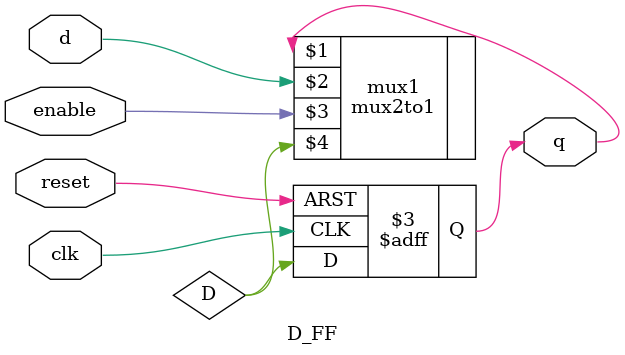
<source format=v>
`timescale 1ns / 1ns

module   D_FF  (q, d, clk, reset, enable);

output q;
input  d, clk, reset, enable;

reg    q;
wire 	D;

mux2to1 mux1(q, d, enable, D);

// always @(posedge reset or posedge clk)

always @(negedge reset or posedge clk)

 // if (reset)
 if (~reset)
    q <= 1'b0;
 else
    q <= D; 

endmodule
</source>
